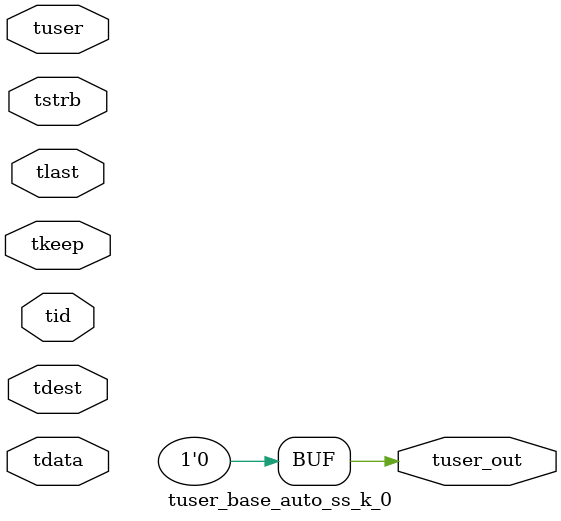
<source format=v>


`timescale 1ps/1ps

module tuser_base_auto_ss_k_0 #
(
parameter C_S_AXIS_TUSER_WIDTH = 1,
parameter C_S_AXIS_TDATA_WIDTH = 32,
parameter C_S_AXIS_TID_WIDTH   = 0,
parameter C_S_AXIS_TDEST_WIDTH = 0,
parameter C_M_AXIS_TUSER_WIDTH = 1
)
(
input  [(C_S_AXIS_TUSER_WIDTH == 0 ? 1 : C_S_AXIS_TUSER_WIDTH)-1:0     ] tuser,
input  [(C_S_AXIS_TDATA_WIDTH == 0 ? 1 : C_S_AXIS_TDATA_WIDTH)-1:0     ] tdata,
input  [(C_S_AXIS_TID_WIDTH   == 0 ? 1 : C_S_AXIS_TID_WIDTH)-1:0       ] tid,
input  [(C_S_AXIS_TDEST_WIDTH == 0 ? 1 : C_S_AXIS_TDEST_WIDTH)-1:0     ] tdest,
input  [(C_S_AXIS_TDATA_WIDTH/8)-1:0 ] tkeep,
input  [(C_S_AXIS_TDATA_WIDTH/8)-1:0 ] tstrb,
input                                                                    tlast,
output [C_M_AXIS_TUSER_WIDTH-1:0] tuser_out
);

assign tuser_out = {1'b0};

endmodule


</source>
